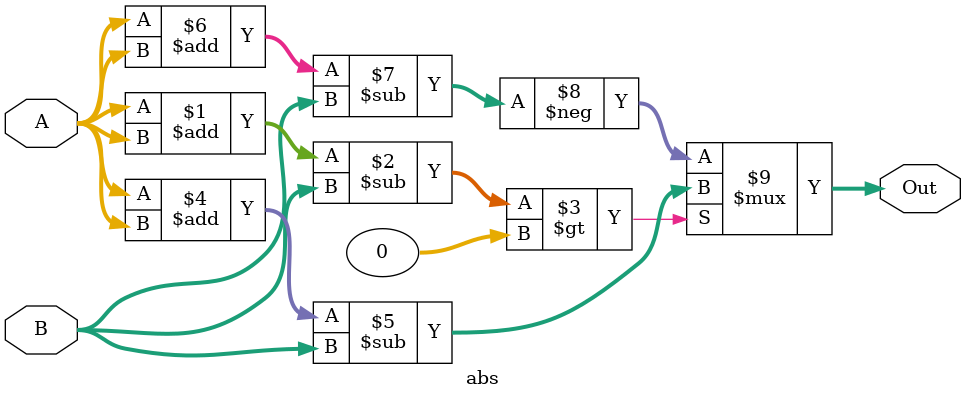
<source format=v>
module ALU (A,B,Operator,Out);
    input signed [5:0] A;
    input signed [5:0] B;
    input [1:0] Operator;
    output signed [5:0] Out;
    wire [5:0] Operation1, Operation2, Operation3, Operation4;

    shift_plus sh1(.A(A), .B(B), .Out(Operation1));
    a_plus_3b thb1(.A(A), .B(B), .Out(Operation2));
    b_inverse b1(.B(B), .Out(Operation3));
    abs gh1(.A(A), .B(B), .Out(Operation4)); 
  
    assign Out = (Operator == 2'b00) ? Operation1:
               (Operator == 2'b01) ? Operation2:
               (Operator == 2'b10) ? Operation3:
                Operation4;
endmodule

module shift_plus (A,B,Out);
    input signed [5:0] A;
    input signed [5:0] B;
    output signed [5:0] Out;
    assign Out = (A <<< 2) + (B >>> 1);
endmodule

module a_plus_3b (A,B,Out);
    input signed [5:0] A;
    input signed [5:0] B;
    output signed [5:0] Out;
    assign Out = A + (B+B+B) ;
endmodule

module b_inverse (B,Out);
    input signed [5:0] B;
    output signed [5:0] Out;
    assign Out = -B;
endmodule

module abs (A,B,Out);
    input signed [5:0] A;
    input signed [5:0] B;
    output signed [5:0] Out;
    assign Out = (A+A-B) > 0 ? (A+A-B) : -(A+A-B);
endmodule


</source>
